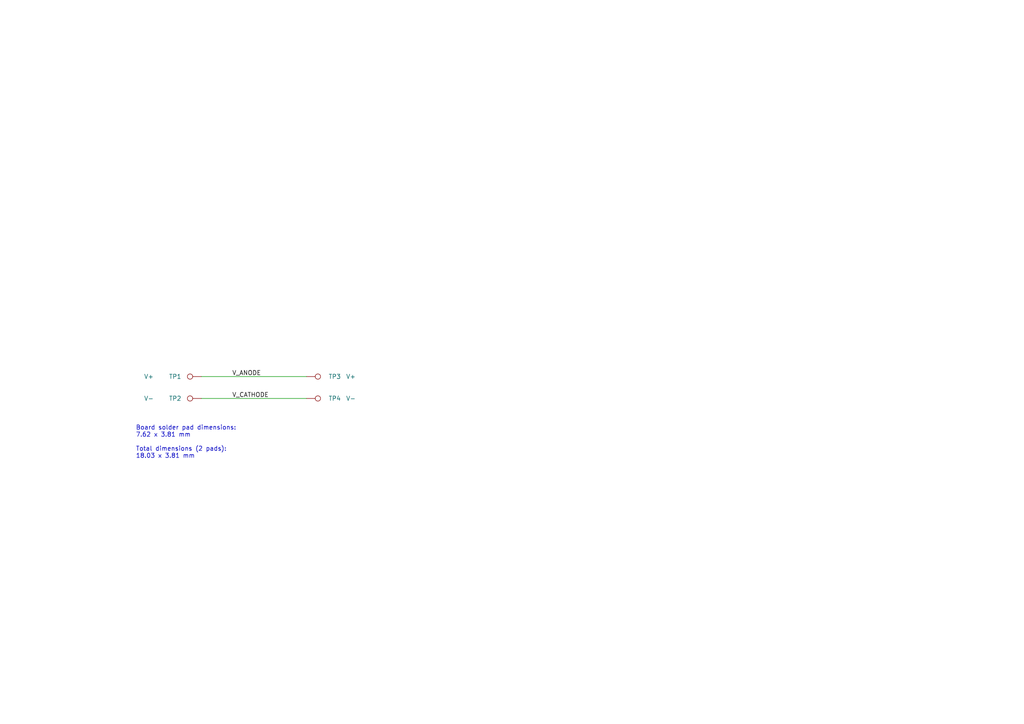
<source format=kicad_sch>
(kicad_sch (version 20231120) (generator "eeschema") (generator_version "8.0")
  (paper "A4")
  (lib_symbols
    (symbol "Connector:TestPoint" (pin_numbers hide) (pin_names (offset 0.762) hide)
      (property "Reference" "TP" (at 0 6.858 0))
      (property "Value" "TestPoint" (at 0 5.08 0))
      (symbol "TestPoint_0_1"
        (circle (center 0 3.302) (radius 0.762))
      )
      (symbol "TestPoint_1_1"
        (pin passive line (at 0 0 90) (length 2.54) (name "1") (number "1"))
      )
    )
  )
  (wire (pts (xy 58.42 115.57) (xy 88.9 115.57)))
  (wire (pts (xy 58.42 109.22) (xy 88.9 109.22)))
  (text "Board solder pad dimensions:\n7.62 x 3.81 mm\n\nTotal dimensions (2 pads):\n18.03 x 3.81 mm\n" (at 39.37 128.27 0) (effects (font (size 1.27 1.27)) (justify left)))
  (label "V_ANODE" (at 67.31 109.22 0))
  (label "V_CATHODE" (at 67.31 115.57 0))
  (symbol (lib_id "Connector:TestPoint") (at 88.9 109.22 270) (unit 1)
    (property "Reference" "TP3" (at 95.25 109.22 90) (effects (justify left)))
    (property "Value" "V+" (at 100.33 109.2201 90) (effects (justify left)))
    (property "Footprint" "DW_Library:TestPoint_Pad_4.0x8.0mm" (effects (hide yes)))
    (property "Description" "test point" (effects (hide yes)))
  )
  (symbol (lib_id "Connector:TestPoint") (at 88.9 115.57 270) (unit 1)
    (property "Reference" "TP4" (at 95.25 115.57 90) (effects (justify left)))
    (property "Value" "V-" (at 100.33 115.5701 90) (effects (justify left)))
    (property "Footprint" "DW_Library:TestPoint_Pad_4.0x8.0mm" (effects (hide yes)))
    (property "Description" "test point" (effects (hide yes)))
  )
  (symbol (lib_id "Connector:TestPoint") (at 58.42 115.57 90) (unit 1)
    (property "Reference" "TP2" (at 50.8 115.57 90))
    (property "Value" "V-" (at 43.18 115.57 90))
    (property "Footprint" "DW_Library:TestPoint_Pad_4.0x8.0mm" (effects (hide yes)))
    (property "Description" "test point" (effects (hide yes)))
  )
  (symbol (lib_id "Connector:TestPoint") (at 58.42 109.22 90) (unit 1)
    (property "Reference" "TP1" (at 50.8 109.22 90))
    (property "Value" "V+" (at 43.18 109.22 90))
    (property "Footprint" "DW_Library:TestPoint_Pad_4.0x8.0mm" (effects (hide yes)))
    (property "Description" "test point" (effects (hide yes)))
  )
)
</source>
